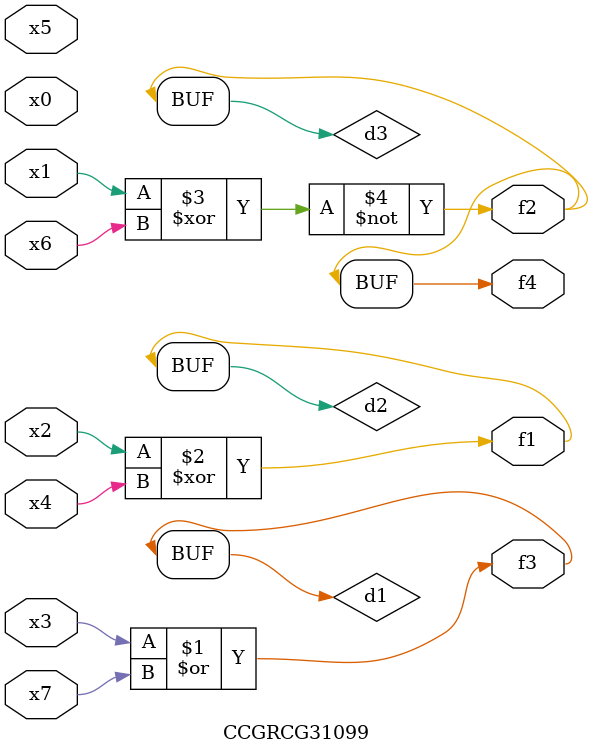
<source format=v>
module CCGRCG31099(
	input x0, x1, x2, x3, x4, x5, x6, x7,
	output f1, f2, f3, f4
);

	wire d1, d2, d3;

	or (d1, x3, x7);
	xor (d2, x2, x4);
	xnor (d3, x1, x6);
	assign f1 = d2;
	assign f2 = d3;
	assign f3 = d1;
	assign f4 = d3;
endmodule

</source>
